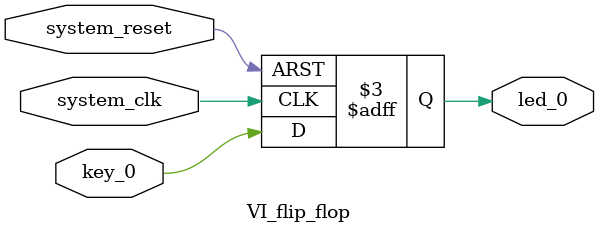
<source format=v>
module VI_flip_flop
(
  input wire system_clk,
  input wire system_reset,
  input wire key_0,
  output reg led_0
);

// always@(posedge system_clk)
//   if(system_reset == 1'b0)
//     led_0 <= 1'b0;
//   else
//     led_0 <= key_0;

always@(posedge system_clk or negedge system_reset)
  if(system_reset == 1'b0)
    led_0 <= 1'b0;
  else
    led_0 <= key_0;

endmodule
</source>
